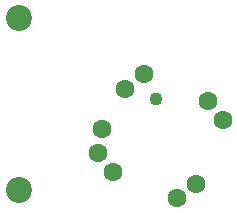
<source format=gts>
%TF.GenerationSoftware,KiCad,Pcbnew,7.0.5*%
%TF.CreationDate,2023-06-18T14:52:21+02:00*%
%TF.ProjectId,RH_RKJXM1015004_thumb,52485f52-4b4a-4584-9d31-303135303034,rev?*%
%TF.SameCoordinates,Original*%
%TF.FileFunction,Soldermask,Top*%
%TF.FilePolarity,Negative*%
%FSLAX46Y46*%
G04 Gerber Fmt 4.6, Leading zero omitted, Abs format (unit mm)*
G04 Created by KiCad (PCBNEW 7.0.5) date 2023-06-18 14:52:21*
%MOMM*%
%LPD*%
G01*
G04 APERTURE LIST*
%ADD10C,2.200000*%
%ADD11C,1.100000*%
%ADD12C,1.600000*%
G04 APERTURE END LIST*
D10*
X64000000Y-43000000D03*
X64000000Y-28500000D03*
D11*
X75611052Y-35361733D03*
D12*
X71091891Y-37849641D03*
X70740658Y-39900649D03*
X77400649Y-43759342D03*
X81259342Y-37099351D03*
X74599351Y-33240658D03*
X79033615Y-42537286D03*
X80037286Y-35466385D03*
X72966385Y-34462714D03*
X71962714Y-41533615D03*
M02*

</source>
